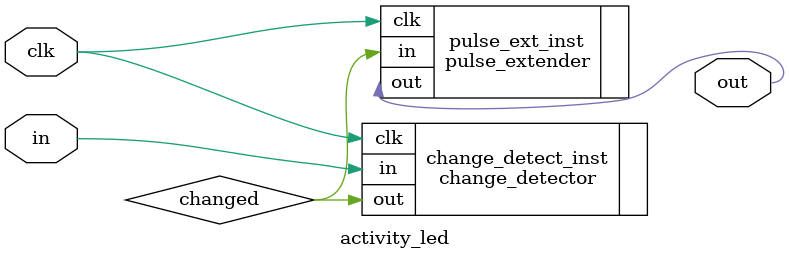
<source format=v>
module activity_led
    (
        input wire clk,
        input wire in,
        output wire out
    );

    // inter-modular nets
    wire changed;

    // submodules
    change_detector change_detect_inst (.clk(clk), .in(in), .out(changed));
    pulse_extender pulse_ext_inst (.clk(clk), .in(changed), .out(out));
endmodule

</source>
